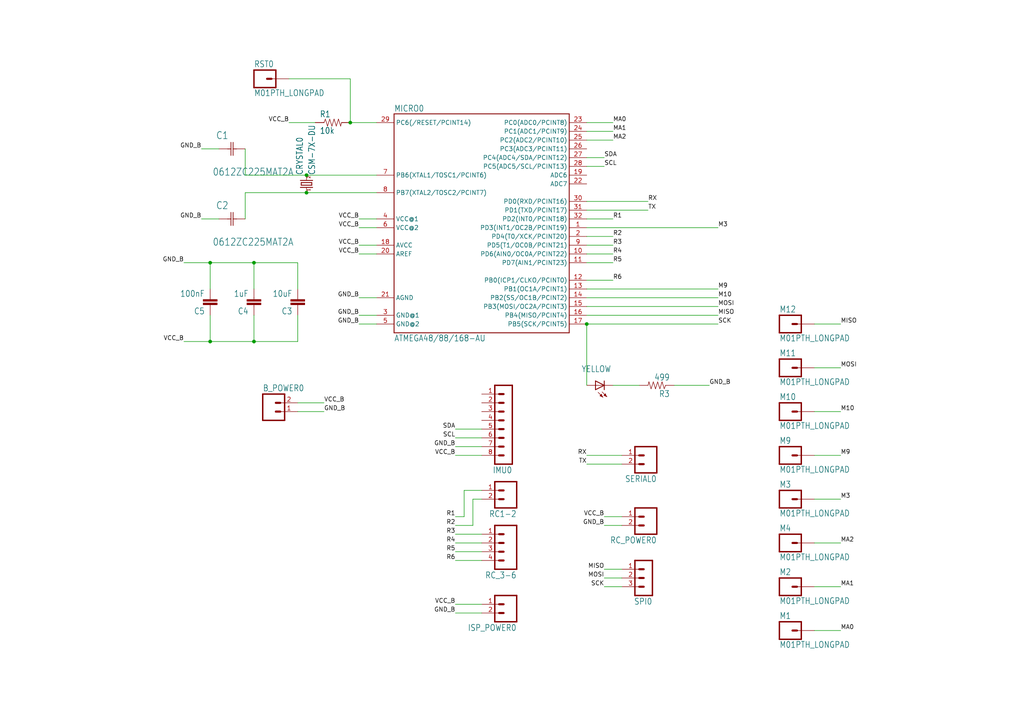
<source format=kicad_sch>
(kicad_sch (version 20230121) (generator eeschema)
  (paper "A4")
  (lib_symbols
    (symbol "satshakit_fc-eagle-import:0612ZC225MAT2A"
      (property "Reference" "C" (at -0.9144 2.7686 0))
      (symbol "0612ZC225MAT2A_1_0"
        (polyline (pts (xy 2.54 0) (xy 3.4798 0)) (stroke (width 0.2032)))
        (polyline (pts (xy 3.4798 -1.905) (xy 3.4798 0)) (stroke (width 0.2032)))
        (polyline (pts (xy 3.4798 0) (xy 3.4798 1.905)) (stroke (width 0.2032)))
        (polyline (pts (xy 4.1148 -1.905) (xy 4.1148 0)) (stroke (width 0.2032)))
        (polyline (pts (xy 4.1148 0) (xy 4.1148 1.905)) (stroke (width 0.2032)))
        (polyline (pts (xy 4.1148 0) (xy 5.08 0)) (stroke (width 0.2032)))
        (pin passive line (at 0 0 0) (length 2.54) (name "C1") (number "1"))
        (pin passive line (at 7.62 0 180) (length 2.54) (name "C2") (number "2"))
      )
    )
    (symbol "satshakit_fc-eagle-import:ATMEGA48/88/168-AU"
      (property "Reference" "IC" (at -25.4 33.02 0))
      (symbol "ATMEGA48/88/168-AU_1_0"
        (polyline (pts (xy -25.4 -33.02) (xy -25.4 30.48)) (stroke (width 0.254)))
        (polyline (pts (xy -25.4 30.48) (xy 25.4 30.48)) (stroke (width 0.254)))
        (polyline (pts (xy 25.4 -33.02) (xy -25.4 -33.02)) (stroke (width 0.254)))
        (polyline (pts (xy 25.4 30.48) (xy 25.4 -33.02)) (stroke (width 0.254)))
        (pin bidirectional line (at 30.48 -2.54 180) (length 5.08) (name "PD3(INT1/OC2B/PCINT19)") (number "1"))
        (pin bidirectional line (at 30.48 -10.16 180) (length 5.08) (name "PD6(AIN0/OC0A/PCINT22)") (number "10"))
        (pin bidirectional line (at 30.48 -12.7 180) (length 5.08) (name "PD7(AIN1/PCINT23)") (number "11"))
        (pin bidirectional line (at 30.48 -17.78 180) (length 5.08) (name "PB0(ICP1/CLKO/PCINT0)") (number "12"))
        (pin bidirectional line (at 30.48 -20.32 180) (length 5.08) (name "PB1(OC1A/PCINT1)") (number "13"))
        (pin bidirectional line (at 30.48 -22.86 180) (length 5.08) (name "PB2(SS/OC1B/PCINT2)") (number "14"))
        (pin bidirectional line (at 30.48 -25.4 180) (length 5.08) (name "PB3(MOSI/OC2A/PCINT3)") (number "15"))
        (pin bidirectional line (at 30.48 -27.94 180) (length 5.08) (name "PB4(MISO/PCINT4)") (number "16"))
        (pin bidirectional line (at 30.48 -30.48 180) (length 5.08) (name "PB5(SCK/PCINT5)") (number "17"))
        (pin passive line (at -30.48 -7.62 0) (length 5.08) (name "AVCC") (number "18"))
        (pin passive line (at 30.48 12.7 180) (length 5.08) (name "ADC6") (number "19"))
        (pin bidirectional line (at 30.48 -5.08 180) (length 5.08) (name "PD4(T0/XCK/PCINT20)") (number "2"))
        (pin passive line (at -30.48 -10.16 0) (length 5.08) (name "AREF") (number "20"))
        (pin power_in line (at -30.48 -22.86 0) (length 5.08) (name "AGND") (number "21"))
        (pin passive line (at 30.48 10.16 180) (length 5.08) (name "ADC7") (number "22"))
        (pin bidirectional line (at 30.48 27.94 180) (length 5.08) (name "PC0(ADC0/PCINT8)") (number "23"))
        (pin bidirectional line (at 30.48 25.4 180) (length 5.08) (name "PC1(ADC1/PCINT9)") (number "24"))
        (pin bidirectional line (at 30.48 22.86 180) (length 5.08) (name "PC2(ADC2/PCINT10)") (number "25"))
        (pin bidirectional line (at 30.48 20.32 180) (length 5.08) (name "PC3(ADC3/PCINT11)") (number "26"))
        (pin bidirectional line (at 30.48 17.78 180) (length 5.08) (name "PC4(ADC4/SDA/PCINT12)") (number "27"))
        (pin bidirectional line (at 30.48 15.24 180) (length 5.08) (name "PC5(ADC5/SCL/PCINT13)") (number "28"))
        (pin bidirectional line (at -30.48 27.94 0) (length 5.08) (name "PC6(/RESET/PCINT14)") (number "29"))
        (pin power_in line (at -30.48 -27.94 0) (length 5.08) (name "GND@1") (number "3"))
        (pin bidirectional line (at 30.48 5.08 180) (length 5.08) (name "PD0(RXD/PCINT16)") (number "30"))
        (pin bidirectional line (at 30.48 2.54 180) (length 5.08) (name "PD1(TXD/PCINT17)") (number "31"))
        (pin bidirectional line (at 30.48 0 180) (length 5.08) (name "PD2(INT0/PCINT18)") (number "32"))
        (pin power_in line (at -30.48 0 0) (length 5.08) (name "VCC@1") (number "4"))
        (pin power_in line (at -30.48 -30.48 0) (length 5.08) (name "GND@2") (number "5"))
        (pin power_in line (at -30.48 -2.54 0) (length 5.08) (name "VCC@2") (number "6"))
        (pin bidirectional line (at -30.48 12.7 0) (length 5.08) (name "PB6(XTAL1/TOSC1/PCINT6)") (number "7"))
        (pin bidirectional line (at -30.48 7.62 0) (length 5.08) (name "PB7(XTAL2/TOSC2/PCINT7)") (number "8"))
        (pin bidirectional line (at 30.48 -7.62 180) (length 5.08) (name "PD5(T1/OC0B/PCINT21)") (number "9"))
      )
    )
    (symbol "satshakit_fc-eagle-import:CAP1206"
      (property "Reference" "C" (at 1.524 2.921 0))
      (symbol "CAP1206_1_0"
        (rectangle (start -2.032 0.508) (end 2.032 1.016) (fill (type outline)))
        (rectangle (start -2.032 1.524) (end 2.032 2.032) (fill (type outline)))
        (polyline (pts (xy 0 0) (xy 0 0.508)) (stroke (width 0.1524)))
        (polyline (pts (xy 0 2.54) (xy 0 2.032)) (stroke (width 0.1524)))
        (pin passive line (at 0 5.08 270) (length 2.54) (name "1") (number "1"))
        (pin passive line (at 0 -2.54 90) (length 2.54) (name "2") (number "2"))
      )
    )
    (symbol "satshakit_fc-eagle-import:CSM-7X-DU"
      (property "Reference" "Q" (at 2.54 1.016 0))
      (symbol "CSM-7X-DU_1_0"
        (polyline (pts (xy -2.54 0) (xy -1.016 0)) (stroke (width 0.1524)))
        (polyline (pts (xy -1.016 1.778) (xy -1.016 -1.778)) (stroke (width 0.254)))
        (polyline (pts (xy -0.381 -1.524) (xy 0.381 -1.524)) (stroke (width 0.254)))
        (polyline (pts (xy -0.381 1.524) (xy -0.381 -1.524)) (stroke (width 0.254)))
        (polyline (pts (xy 0.381 -1.524) (xy 0.381 1.524)) (stroke (width 0.254)))
        (polyline (pts (xy 0.381 1.524) (xy -0.381 1.524)) (stroke (width 0.254)))
        (polyline (pts (xy 1.016 0) (xy 2.54 0)) (stroke (width 0.1524)))
        (polyline (pts (xy 1.016 1.778) (xy 1.016 -1.778)) (stroke (width 0.254)))
        (text "1" (at -2.159 -1.143 0) (effects (font (size 0.8636 0.734)) (justify left bottom)))
        (text "2" (at 1.524 -1.143 0) (effects (font (size 0.8636 0.734)) (justify left bottom)))
        (pin passive line (at -2.54 0 0) (length 0) (name "1") (number "1"))
        (pin passive line (at 2.54 0 180) (length 0) (name "2") (number "2"))
      )
    )
    (symbol "satshakit_fc-eagle-import:LED1206"
      (symbol "LED1206_1_0"
        (polyline (pts (xy -2.032 1.778) (xy -3.429 0.381)) (stroke (width 0.1524)))
        (polyline (pts (xy -1.905 0.635) (xy -3.302 -0.762)) (stroke (width 0.1524)))
        (polyline (pts (xy 0 0) (xy -1.27 0)) (stroke (width 0.254)))
        (polyline (pts (xy 0 0) (xy -1.27 2.54)) (stroke (width 0.254)))
        (polyline (pts (xy 0 2.54) (xy -1.27 2.54)) (stroke (width 0.254)))
        (polyline (pts (xy 0 2.54) (xy 0 0)) (stroke (width 0.1524)))
        (polyline (pts (xy 1.27 0) (xy 0 0)) (stroke (width 0.254)))
        (polyline (pts (xy 1.27 2.54) (xy 0 0)) (stroke (width 0.254)))
        (polyline (pts (xy 1.27 2.54) (xy 0 2.54)) (stroke (width 0.254)))
        (polyline (pts (xy -3.429 0.381) (xy -3.048 1.27) (xy -2.54 0.762)) (stroke (width 0.1524)) (fill (type outline)))
        (polyline (pts (xy -3.302 -0.762) (xy -2.921 0.127) (xy -2.413 -0.381)) (stroke (width 0.1524)) (fill (type outline)))
        (pin passive line (at 0 5.08 270) (length 2.54) (name "A") (number "1"))
        (pin passive line (at 0 -2.54 90) (length 2.54) (name "C") (number "2"))
      )
    )
    (symbol "satshakit_fc-eagle-import:M01PTH_LONGPAD"
      (property "Reference" "JP" (at -2.54 3.302 0))
      (symbol "M01PTH_LONGPAD_1_0"
        (polyline (pts (xy -2.54 2.54) (xy -2.54 -2.54)) (stroke (width 0.4064)))
        (polyline (pts (xy -2.54 2.54) (xy 3.81 2.54)) (stroke (width 0.4064)))
        (polyline (pts (xy 1.27 0) (xy 2.54 0)) (stroke (width 0.6096)))
        (polyline (pts (xy 3.81 -2.54) (xy -2.54 -2.54)) (stroke (width 0.4064)))
        (polyline (pts (xy 3.81 -2.54) (xy 3.81 2.54)) (stroke (width 0.4064)))
        (pin passive line (at 7.62 0 180) (length 5.08) (name "1") (number "1"))
      )
    )
    (symbol "satshakit_fc-eagle-import:M02LOCK_LONGPADS"
      (property "Reference" "JP" (at -2.54 5.842 0))
      (symbol "M02LOCK_LONGPADS_1_0"
        (polyline (pts (xy -2.54 5.08) (xy -2.54 -2.54)) (stroke (width 0.4064)))
        (polyline (pts (xy -2.54 5.08) (xy 3.81 5.08)) (stroke (width 0.4064)))
        (polyline (pts (xy 1.27 0) (xy 2.54 0)) (stroke (width 0.6096)))
        (polyline (pts (xy 1.27 2.54) (xy 2.54 2.54)) (stroke (width 0.6096)))
        (polyline (pts (xy 3.81 -2.54) (xy -2.54 -2.54)) (stroke (width 0.4064)))
        (polyline (pts (xy 3.81 -2.54) (xy 3.81 5.08)) (stroke (width 0.4064)))
        (pin passive line (at 7.62 0 180) (length 5.08) (name "1") (number "1"))
        (pin passive line (at 7.62 2.54 180) (length 5.08) (name "2") (number "2"))
      )
    )
    (symbol "satshakit_fc-eagle-import:M04LONGPADS"
      (property "Reference" "JP" (at -5.08 8.382 0))
      (symbol "M04LONGPADS_1_0"
        (polyline (pts (xy -5.08 7.62) (xy -5.08 -5.08)) (stroke (width 0.4064)))
        (polyline (pts (xy -5.08 7.62) (xy 1.27 7.62)) (stroke (width 0.4064)))
        (polyline (pts (xy -1.27 -2.54) (xy 0 -2.54)) (stroke (width 0.6096)))
        (polyline (pts (xy -1.27 0) (xy 0 0)) (stroke (width 0.6096)))
        (polyline (pts (xy -1.27 2.54) (xy 0 2.54)) (stroke (width 0.6096)))
        (polyline (pts (xy -1.27 5.08) (xy 0 5.08)) (stroke (width 0.6096)))
        (polyline (pts (xy 1.27 -5.08) (xy -5.08 -5.08)) (stroke (width 0.4064)))
        (polyline (pts (xy 1.27 -5.08) (xy 1.27 7.62)) (stroke (width 0.4064)))
        (pin passive line (at 5.08 -2.54 180) (length 5.08) (name "1") (number "1"))
        (pin passive line (at 5.08 0 180) (length 5.08) (name "2") (number "2"))
        (pin passive line (at 5.08 2.54 180) (length 5.08) (name "3") (number "3"))
        (pin passive line (at 5.08 5.08 180) (length 5.08) (name "4") (number "4"))
      )
    )
    (symbol "satshakit_fc-eagle-import:MA03-1"
      (property "Reference" "SV" (at -1.27 5.842 0))
      (symbol "MA03-1_1_0"
        (polyline (pts (xy -1.27 5.08) (xy -1.27 -5.08)) (stroke (width 0.4064)))
        (polyline (pts (xy -1.27 5.08) (xy 3.81 5.08)) (stroke (width 0.4064)))
        (polyline (pts (xy 1.27 -2.54) (xy 2.54 -2.54)) (stroke (width 0.6096)))
        (polyline (pts (xy 1.27 0) (xy 2.54 0)) (stroke (width 0.6096)))
        (polyline (pts (xy 1.27 2.54) (xy 2.54 2.54)) (stroke (width 0.6096)))
        (polyline (pts (xy 3.81 -5.08) (xy -1.27 -5.08)) (stroke (width 0.4064)))
        (polyline (pts (xy 3.81 -5.08) (xy 3.81 5.08)) (stroke (width 0.4064)))
        (pin passive line (at 7.62 -2.54 180) (length 5.08) (name "1") (number "1"))
        (pin passive line (at 7.62 0 180) (length 5.08) (name "2") (number "2"))
        (pin passive line (at 7.62 2.54 180) (length 5.08) (name "3") (number "3"))
      )
    )
    (symbol "satshakit_fc-eagle-import:MA08-1"
      (property "Reference" "SV" (at -1.27 13.462 0))
      (symbol "MA08-1_1_0"
        (polyline (pts (xy -1.27 12.7) (xy -1.27 -10.16)) (stroke (width 0.4064)))
        (polyline (pts (xy -1.27 12.7) (xy 3.81 12.7)) (stroke (width 0.4064)))
        (polyline (pts (xy 1.27 -7.62) (xy 2.54 -7.62)) (stroke (width 0.6096)))
        (polyline (pts (xy 1.27 -5.08) (xy 2.54 -5.08)) (stroke (width 0.6096)))
        (polyline (pts (xy 1.27 -2.54) (xy 2.54 -2.54)) (stroke (width 0.6096)))
        (polyline (pts (xy 1.27 0) (xy 2.54 0)) (stroke (width 0.6096)))
        (polyline (pts (xy 1.27 2.54) (xy 2.54 2.54)) (stroke (width 0.6096)))
        (polyline (pts (xy 1.27 5.08) (xy 2.54 5.08)) (stroke (width 0.6096)))
        (polyline (pts (xy 1.27 7.62) (xy 2.54 7.62)) (stroke (width 0.6096)))
        (polyline (pts (xy 1.27 10.16) (xy 2.54 10.16)) (stroke (width 0.6096)))
        (polyline (pts (xy 3.81 -10.16) (xy -1.27 -10.16)) (stroke (width 0.4064)))
        (polyline (pts (xy 3.81 -10.16) (xy 3.81 12.7)) (stroke (width 0.4064)))
        (pin passive line (at 7.62 -7.62 180) (length 5.08) (name "1") (number "1"))
        (pin passive line (at 7.62 -5.08 180) (length 5.08) (name "2") (number "2"))
        (pin passive line (at 7.62 -2.54 180) (length 5.08) (name "3") (number "3"))
        (pin passive line (at 7.62 0 180) (length 5.08) (name "4") (number "4"))
        (pin passive line (at 7.62 2.54 180) (length 5.08) (name "5") (number "5"))
        (pin passive line (at 7.62 5.08 180) (length 5.08) (name "6") (number "6"))
        (pin passive line (at 7.62 7.62 180) (length 5.08) (name "7") (number "7"))
        (pin passive line (at 7.62 10.16 180) (length 5.08) (name "8") (number "8"))
      )
    )
    (symbol "satshakit_fc-eagle-import:RESISTOR1206"
      (property "Reference" "R" (at -3.81 1.4986 0))
      (symbol "RESISTOR1206_1_0"
        (polyline (pts (xy -2.54 0) (xy -2.159 1.016)) (stroke (width 0.1524)))
        (polyline (pts (xy -2.159 1.016) (xy -1.524 -1.016)) (stroke (width 0.1524)))
        (polyline (pts (xy -1.524 -1.016) (xy -0.889 1.016)) (stroke (width 0.1524)))
        (polyline (pts (xy -0.889 1.016) (xy -0.254 -1.016)) (stroke (width 0.1524)))
        (polyline (pts (xy -0.254 -1.016) (xy 0.381 1.016)) (stroke (width 0.1524)))
        (polyline (pts (xy 0.381 1.016) (xy 1.016 -1.016)) (stroke (width 0.1524)))
        (polyline (pts (xy 1.016 -1.016) (xy 1.651 1.016)) (stroke (width 0.1524)))
        (polyline (pts (xy 1.651 1.016) (xy 2.286 -1.016)) (stroke (width 0.1524)))
        (polyline (pts (xy 2.286 -1.016) (xy 2.54 0)) (stroke (width 0.1524)))
        (pin passive line (at -5.08 0 0) (length 2.54) (name "1") (number "1"))
        (pin passive line (at 5.08 0 180) (length 2.54) (name "2") (number "2"))
      )
    )
    (symbol "satshakit_fc-eagle-import:con-amp-quick_M02"
      (property "Reference" "SL" (at -2.54 5.842 0))
      (symbol "con-amp-quick_M02_1_0"
        (polyline (pts (xy -2.54 5.08) (xy -2.54 -2.54)) (stroke (width 0.4064)))
        (polyline (pts (xy -2.54 5.08) (xy 3.81 5.08)) (stroke (width 0.4064)))
        (polyline (pts (xy 1.27 0) (xy 2.54 0)) (stroke (width 0.6096)))
        (polyline (pts (xy 1.27 2.54) (xy 2.54 2.54)) (stroke (width 0.6096)))
        (polyline (pts (xy 3.81 -2.54) (xy -2.54 -2.54)) (stroke (width 0.4064)))
        (polyline (pts (xy 3.81 -2.54) (xy 3.81 5.08)) (stroke (width 0.4064)))
        (pin passive line (at 7.62 0 180) (length 5.08) (name "1") (number "1"))
        (pin passive line (at 7.62 2.54 180) (length 5.08) (name "2") (number "2"))
      )
    )
  )
  (junction (at 60.96 76.2))
  (junction (at 101.6 35.56))
  (junction (at 73.66 99.06))
  (junction (at 88.9 50.8))
  (junction (at 60.96 99.06))
  (junction (at 170.18 93.98))
  (junction (at 73.66 76.2))
  (junction (at 88.9 55.88))
  (wire (pts (xy 109.22 91.44) (xy 104.14 91.44)) (stroke (width 0.1524)))
  (wire (pts (xy 236.22 93.98) (xy 243.84 93.98)) (stroke (width 0.1524)))
  (wire (pts (xy 132.08 157.48) (xy 139.7 157.48)) (stroke (width 0.1524)))
  (wire (pts (xy 180.34 170.18) (xy 175.26 170.18)) (stroke (width 0.1524)))
  (wire (pts (xy 236.22 182.88) (xy 243.84 182.88)) (stroke (width 0.1524)))
  (wire (pts (xy 86.36 83.82) (xy 86.36 76.2)) (stroke (width 0.1524)))
  (wire (pts (xy 60.96 91.44) (xy 60.96 99.06)) (stroke (width 0.1524)))
  (wire (pts (xy 236.22 157.48) (xy 243.84 157.48)) (stroke (width 0.1524)))
  (wire (pts (xy 109.22 66.04) (xy 104.14 66.04)) (stroke (width 0.1524)))
  (wire (pts (xy 177.8 111.76) (xy 185.42 111.76)) (stroke (width 0.1524)))
  (wire (pts (xy 60.96 83.82) (xy 60.96 76.2)) (stroke (width 0.1524)))
  (wire (pts (xy 109.22 35.56) (xy 101.6 35.56)) (stroke (width 0.1524)))
  (wire (pts (xy 73.66 83.82) (xy 73.66 76.2)) (stroke (width 0.1524)))
  (wire (pts (xy 170.18 58.42) (xy 187.96 58.42)) (stroke (width 0.1524)))
  (wire (pts (xy 134.62 149.86) (xy 134.62 142.24)) (stroke (width 0.1524)))
  (wire (pts (xy 109.22 73.66) (xy 104.14 73.66)) (stroke (width 0.1524)))
  (wire (pts (xy 93.98 119.38) (xy 86.36 119.38)) (stroke (width 0.1524)))
  (wire (pts (xy 53.34 99.06) (xy 60.96 99.06)) (stroke (width 0.1524)))
  (wire (pts (xy 170.18 91.44) (xy 208.28 91.44)) (stroke (width 0.1524)))
  (wire (pts (xy 88.9 50.8) (xy 71.12 50.8)) (stroke (width 0.1524)))
  (wire (pts (xy 132.08 154.94) (xy 139.7 154.94)) (stroke (width 0.1524)))
  (wire (pts (xy 170.18 60.96) (xy 187.96 60.96)) (stroke (width 0.1524)))
  (wire (pts (xy 236.22 106.68) (xy 243.84 106.68)) (stroke (width 0.1524)))
  (wire (pts (xy 139.7 175.26) (xy 132.08 175.26)) (stroke (width 0.1524)))
  (wire (pts (xy 137.16 152.4) (xy 137.16 144.78)) (stroke (width 0.1524)))
  (wire (pts (xy 180.34 134.62) (xy 170.18 134.62)) (stroke (width 0.1524)))
  (wire (pts (xy 236.22 170.18) (xy 243.84 170.18)) (stroke (width 0.1524)))
  (wire (pts (xy 175.26 152.4) (xy 180.34 152.4)) (stroke (width 0.1524)))
  (wire (pts (xy 109.22 63.5) (xy 104.14 63.5)) (stroke (width 0.1524)))
  (wire (pts (xy 170.18 93.98) (xy 208.28 93.98)) (stroke (width 0.1524)))
  (wire (pts (xy 170.18 71.12) (xy 177.8 71.12)) (stroke (width 0.1524)))
  (wire (pts (xy 134.62 142.24) (xy 139.7 142.24)) (stroke (width 0.1524)))
  (wire (pts (xy 139.7 124.46) (xy 132.08 124.46)) (stroke (width 0.1524)))
  (wire (pts (xy 139.7 132.08) (xy 132.08 132.08)) (stroke (width 0.1524)))
  (wire (pts (xy 177.8 68.58) (xy 170.18 68.58)) (stroke (width 0.1524)))
  (wire (pts (xy 132.08 152.4) (xy 137.16 152.4)) (stroke (width 0.1524)))
  (wire (pts (xy 139.7 162.56) (xy 132.08 162.56)) (stroke (width 0.1524)))
  (wire (pts (xy 170.18 73.66) (xy 177.8 73.66)) (stroke (width 0.1524)))
  (wire (pts (xy 139.7 177.8) (xy 132.08 177.8)) (stroke (width 0.1524)))
  (wire (pts (xy 60.96 76.2) (xy 73.66 76.2)) (stroke (width 0.1524)))
  (wire (pts (xy 170.18 76.2) (xy 177.8 76.2)) (stroke (width 0.1524)))
  (wire (pts (xy 73.66 76.2) (xy 86.36 76.2)) (stroke (width 0.1524)))
  (wire (pts (xy 170.18 88.9) (xy 208.28 88.9)) (stroke (width 0.1524)))
  (wire (pts (xy 236.22 132.08) (xy 243.84 132.08)) (stroke (width 0.1524)))
  (wire (pts (xy 101.6 22.86) (xy 101.6 35.56)) (stroke (width 0.1524)))
  (wire (pts (xy 236.22 144.78) (xy 243.84 144.78)) (stroke (width 0.1524)))
  (wire (pts (xy 170.18 81.28) (xy 177.8 81.28)) (stroke (width 0.1524)))
  (wire (pts (xy 60.96 99.06) (xy 73.66 99.06)) (stroke (width 0.1524)))
  (wire (pts (xy 170.18 111.76) (xy 170.18 93.98)) (stroke (width 0.1524)))
  (wire (pts (xy 134.62 149.86) (xy 132.08 149.86)) (stroke (width 0.1524)))
  (wire (pts (xy 109.22 50.8) (xy 88.9 50.8)) (stroke (width 0.1524)))
  (wire (pts (xy 71.12 55.88) (xy 71.12 63.5)) (stroke (width 0.1524)))
  (wire (pts (xy 137.16 144.78) (xy 139.7 144.78)) (stroke (width 0.1524)))
  (wire (pts (xy 170.18 66.04) (xy 208.28 66.04)) (stroke (width 0.1524)))
  (wire (pts (xy 170.18 86.36) (xy 208.28 86.36)) (stroke (width 0.1524)))
  (wire (pts (xy 180.34 167.64) (xy 175.26 167.64)) (stroke (width 0.1524)))
  (wire (pts (xy 236.22 119.38) (xy 243.84 119.38)) (stroke (width 0.1524)))
  (wire (pts (xy 175.26 149.86) (xy 180.34 149.86)) (stroke (width 0.1524)))
  (wire (pts (xy 139.7 127) (xy 132.08 127)) (stroke (width 0.1524)))
  (wire (pts (xy 86.36 116.84) (xy 93.98 116.84)) (stroke (width 0.1524)))
  (wire (pts (xy 53.34 76.2) (xy 60.96 76.2)) (stroke (width 0.1524)))
  (wire (pts (xy 170.18 45.72) (xy 175.26 45.72)) (stroke (width 0.1524)))
  (wire (pts (xy 88.9 55.88) (xy 71.12 55.88)) (stroke (width 0.1524)))
  (wire (pts (xy 170.18 48.26) (xy 175.26 48.26)) (stroke (width 0.1524)))
  (wire (pts (xy 170.18 38.1) (xy 177.8 38.1)) (stroke (width 0.1524)))
  (wire (pts (xy 109.22 71.12) (xy 104.14 71.12)) (stroke (width 0.1524)))
  (wire (pts (xy 109.22 86.36) (xy 104.14 86.36)) (stroke (width 0.1524)))
  (wire (pts (xy 63.5 63.5) (xy 58.42 63.5)) (stroke (width 0.1524)))
  (wire (pts (xy 63.5 43.18) (xy 58.42 43.18)) (stroke (width 0.1524)))
  (wire (pts (xy 132.08 160.02) (xy 139.7 160.02)) (stroke (width 0.1524)))
  (wire (pts (xy 91.44 35.56) (xy 83.82 35.56)) (stroke (width 0.1524)))
  (wire (pts (xy 71.12 50.8) (xy 71.12 43.18)) (stroke (width 0.1524)))
  (wire (pts (xy 139.7 129.54) (xy 132.08 129.54)) (stroke (width 0.1524)))
  (wire (pts (xy 109.22 93.98) (xy 104.14 93.98)) (stroke (width 0.1524)))
  (wire (pts (xy 83.82 22.86) (xy 101.6 22.86)) (stroke (width 0.1524)))
  (wire (pts (xy 170.18 63.5) (xy 177.8 63.5)) (stroke (width 0.1524)))
  (wire (pts (xy 195.58 111.76) (xy 205.74 111.76)) (stroke (width 0.1524)))
  (wire (pts (xy 170.18 40.64) (xy 177.8 40.64)) (stroke (width 0.1524)))
  (wire (pts (xy 86.36 91.44) (xy 86.36 99.06)) (stroke (width 0.1524)))
  (wire (pts (xy 109.22 55.88) (xy 88.9 55.88)) (stroke (width 0.1524)))
  (wire (pts (xy 170.18 35.56) (xy 177.8 35.56)) (stroke (width 0.1524)))
  (wire (pts (xy 170.18 83.82) (xy 208.28 83.82)) (stroke (width 0.1524)))
  (wire (pts (xy 73.66 91.44) (xy 73.66 99.06)) (stroke (width 0.1524)))
  (wire (pts (xy 180.34 132.08) (xy 170.18 132.08)) (stroke (width 0.1524)))
  (wire (pts (xy 180.34 165.1) (xy 175.26 165.1)) (stroke (width 0.1524)))
  (wire (pts (xy 86.36 99.06) (xy 73.66 99.06)) (stroke (width 0.1524)))
  (label "R6" (at 132.08 162.56 180) (effects (font (size 1.2446 1.2446))))
  (label "SCL" (at 175.26 48.26 0) (effects (font (size 1.2446 1.2446))))
  (label "SCL" (at 132.08 127 180) (effects (font (size 1.2446 1.2446))))
  (label "R4" (at 132.08 157.48 180) (effects (font (size 1.2446 1.2446))))
  (label "TX" (at 187.96 60.96 0) (effects (font (size 1.2446 1.2446))))
  (label "R1" (at 132.08 149.86 180) (effects (font (size 1.2446 1.2446))))
  (label "GND_B" (at 205.74 111.76 0) (effects (font (size 1.2446 1.2446))))
  (label "VCC_B" (at 93.98 116.84 0) (effects (font (size 1.2446 1.2446))))
  (label "MOSI" (at 175.26 167.64 180) (effects (font (size 1.2446 1.2446))))
  (label "R2" (at 132.08 152.4 180) (effects (font (size 1.2446 1.2446))))
  (label "TX" (at 170.18 134.62 180) (effects (font (size 1.2446 1.2446))))
  (label "RX" (at 187.96 58.42 0) (effects (font (size 1.2446 1.2446))))
  (label "MOSI" (at 243.84 106.68 0) (effects (font (size 1.2446 1.2446))))
  (label "M10" (at 243.84 119.38 0) (effects (font (size 1.2446 1.2446))))
  (label "M3" (at 243.84 144.78 0) (effects (font (size 1.2446 1.2446))))
  (label "M10" (at 208.28 86.36 0) (effects (font (size 1.2446 1.2446))))
  (label "GND_B" (at 132.08 129.54 180) (effects (font (size 1.2446 1.2446))))
  (label "VCC_B" (at 104.14 73.66 180) (effects (font (size 1.2446 1.2446))))
  (label "MISO" (at 208.28 91.44 0) (effects (font (size 1.2446 1.2446))))
  (label "GND_B" (at 104.14 93.98 180) (effects (font (size 1.2446 1.2446))))
  (label "SDA" (at 175.26 45.72 0) (effects (font (size 1.2446 1.2446))))
  (label "MA0" (at 243.84 182.88 0) (effects (font (size 1.2446 1.2446))))
  (label "GND_B" (at 175.26 152.4 180) (effects (font (size 1.2446 1.2446))))
  (label "GND_B" (at 93.98 119.38 0) (effects (font (size 1.2446 1.2446))))
  (label "MISO" (at 175.26 165.1 180) (effects (font (size 1.2446 1.2446))))
  (label "M9" (at 243.84 132.08 0) (effects (font (size 1.2446 1.2446))))
  (label "VCC_B" (at 83.82 35.56 180) (effects (font (size 1.2446 1.2446))))
  (label "MA0" (at 177.8 35.56 0) (effects (font (size 1.2446 1.2446))))
  (label "R5" (at 177.8 76.2 0) (effects (font (size 1.2446 1.2446))))
  (label "VCC_B" (at 132.08 175.26 180) (effects (font (size 1.2446 1.2446))))
  (label "R3" (at 177.8 71.12 0) (effects (font (size 1.2446 1.2446))))
  (label "VCC_B" (at 104.14 63.5 180) (effects (font (size 1.2446 1.2446))))
  (label "MISO" (at 243.84 93.98 0) (effects (font (size 1.2446 1.2446))))
  (label "GND_B" (at 104.14 86.36 180) (effects (font (size 1.2446 1.2446))))
  (label "R6" (at 177.8 81.28 0) (effects (font (size 1.2446 1.2446))))
  (label "MA1" (at 177.8 38.1 0) (effects (font (size 1.2446 1.2446))))
  (label "GND_B" (at 132.08 177.8 180) (effects (font (size 1.2446 1.2446))))
  (label "SCK" (at 208.28 93.98 0) (effects (font (size 1.2446 1.2446))))
  (label "R4" (at 177.8 73.66 0) (effects (font (size 1.2446 1.2446))))
  (label "GND_B" (at 58.42 63.5 180) (effects (font (size 1.2446 1.2446))))
  (label "R2" (at 177.8 68.58 0) (effects (font (size 1.2446 1.2446))))
  (label "VCC_B" (at 53.34 99.06 180) (effects (font (size 1.2446 1.2446))))
  (label "RX" (at 170.18 132.08 180) (effects (font (size 1.2446 1.2446))))
  (label "SDA" (at 132.08 124.46 180) (effects (font (size 1.2446 1.2446))))
  (label "GND_B" (at 104.14 91.44 180) (effects (font (size 1.2446 1.2446))))
  (label "MA2" (at 243.84 157.48 0) (effects (font (size 1.2446 1.2446))))
  (label "VCC_B" (at 104.14 66.04 180) (effects (font (size 1.2446 1.2446))))
  (label "R3" (at 132.08 154.94 180) (effects (font (size 1.2446 1.2446))))
  (label "VCC_B" (at 132.08 132.08 180) (effects (font (size 1.2446 1.2446))))
  (label "MA2" (at 177.8 40.64 0) (effects (font (size 1.2446 1.2446))))
  (label "M9" (at 208.28 83.82 0) (effects (font (size 1.2446 1.2446))))
  (label "VCC_B" (at 104.14 71.12 180) (effects (font (size 1.2446 1.2446))))
  (label "VCC_B" (at 175.26 149.86 180) (effects (font (size 1.2446 1.2446))))
  (label "R1" (at 177.8 63.5 0) (effects (font (size 1.2446 1.2446))))
  (label "MA1" (at 243.84 170.18 0) (effects (font (size 1.2446 1.2446))))
  (label "R5" (at 132.08 160.02 180) (effects (font (size 1.2446 1.2446))))
  (label "GND_B" (at 58.42 43.18 180) (effects (font (size 1.2446 1.2446))))
  (label "SCK" (at 175.26 170.18 180) (effects (font (size 1.2446 1.2446))))
  (label "MOSI" (at 208.28 88.9 0) (effects (font (size 1.2446 1.2446))))
  (label "M3" (at 208.28 66.04 0) (effects (font (size 1.2446 1.2446))))
  (label "GND_B" (at 53.34 76.2 180) (effects (font (size 1.2446 1.2446))))
  (symbol (lib_id "satshakit_fc-eagle-import:CAP1206") (at 86.36 86.36 180) (unit 1)
    (property "Reference" "C3" (at 84.836 89.281 0) (effects (font (size 1.778 1.5113)) (justify left bottom)))
    (property "Value" "10uF" (at 84.836 84.201 0) (effects (font (size 1.778 1.5113)) (justify left bottom)))
    (property "Footprint" "satshakit_fc:1206" (effects hide))
  )
  (symbol (lib_id "satshakit_fc-eagle-import:M01PTH_LONGPAD") (at 228.6 106.68 0) (unit 1)
    (property "Reference" "M11" (at 226.06 103.378 0) (effects (font (size 1.778 1.5113)) (justify left bottom)))
    (property "Value" "M01PTH_LONGPAD" (at 226.06 111.76 0) (effects (font (size 1.778 1.5113)) (justify left bottom)))
    (property "Footprint" "satshakit_fc:1X01_LONGPAD" (effects hide))
  )
  (symbol (lib_id "satshakit_fc-eagle-import:M02LOCK_LONGPADS") (at 78.74 119.38 0) (unit 1)
    (property "Reference" "B_POWER0" (at 76.2 113.538 0) (effects (font (size 1.778 1.5113)) (justify left bottom)))
    (property "Value" "M02LOCK_LONGPADS" (effects hide))
    (property "Footprint" "satshakit_fc:1X02_LOCK_LONGPADS" (effects hide))
  )
  (symbol (lib_id "satshakit_fc-eagle-import:M02LOCK_LONGPADS") (at 187.96 149.86 180) (unit 1)
    (property "Reference" "RC_POWER0" (at 190.5 155.702 0) (effects (font (size 1.778 1.5113)) (justify left bottom)))
    (property "Value" "M02LOCK_LONGPADS" (effects hide))
    (property "Footprint" "satshakit_fc:1X02_LOCK_LONGPADS" (effects hide))
  )
  (symbol (lib_id "satshakit_fc-eagle-import:M01PTH_LONGPAD") (at 228.6 144.78 0) (unit 1)
    (property "Reference" "M3" (at 226.06 141.478 0) (effects (font (size 1.778 1.5113)) (justify left bottom)))
    (property "Value" "M01PTH_LONGPAD" (at 226.06 149.86 0) (effects (font (size 1.778 1.5113)) (justify left bottom)))
    (property "Footprint" "satshakit_fc:1X01_LONGPAD" (effects hide))
  )
  (symbol (lib_id "satshakit_fc-eagle-import:M04LONGPADS") (at 144.78 157.48 180) (unit 1)
    (property "Reference" "RC_3-6" (at 149.86 165.862 0) (effects (font (size 1.778 1.5113)) (justify left bottom)))
    (property "Value" "M04LONGPADS" (effects hide))
    (property "Footprint" "satshakit_fc:1X04_LONGPADS" (effects hide))
  )
  (symbol (lib_id "satshakit_fc-eagle-import:con-amp-quick_M02") (at 147.32 142.24 180) (unit 1)
    (property "Reference" "RC1-2" (at 149.86 148.082 0) (effects (font (size 1.778 1.5113)) (justify left bottom)))
    (property "Value" "M02" (effects hide))
    (property "Footprint" "satshakit_fc:02P" (effects hide))
  )
  (symbol (lib_id "satshakit_fc-eagle-import:M01PTH_LONGPAD") (at 228.6 119.38 0) (unit 1)
    (property "Reference" "M10" (at 226.06 116.078 0) (effects (font (size 1.778 1.5113)) (justify left bottom)))
    (property "Value" "M01PTH_LONGPAD" (at 226.06 124.46 0) (effects (font (size 1.778 1.5113)) (justify left bottom)))
    (property "Footprint" "satshakit_fc:1X01_LONGPAD" (effects hide))
  )
  (symbol (lib_id "satshakit_fc-eagle-import:RESISTOR1206") (at 190.5 111.76 180) (unit 1)
    (property "Reference" "R3" (at 194.31 113.2586 0) (effects (font (size 1.778 1.5113)) (justify left bottom)))
    (property "Value" "499" (at 194.31 108.458 0) (effects (font (size 1.778 1.5113)) (justify left bottom)))
    (property "Footprint" "satshakit_fc:1206" (effects hide))
  )
  (symbol (lib_id "satshakit_fc-eagle-import:M01PTH_LONGPAD") (at 76.2 22.86 0) (unit 1)
    (property "Reference" "RST0" (at 73.66 19.558 0) (effects (font (size 1.778 1.5113)) (justify left bottom)))
    (property "Value" "M01PTH_LONGPAD" (at 73.66 27.94 0) (effects (font (size 1.778 1.5113)) (justify left bottom)))
    (property "Footprint" "satshakit_fc:1X01_LONGPAD" (effects hide))
  )
  (symbol (lib_id "satshakit_fc-eagle-import:0612ZC225MAT2A") (at 63.5 43.18 0) (unit 1)
    (property "Reference" "C1" (at 62.5856 40.4114 0) (effects (font (size 2.0828 1.7703)) (justify left bottom)))
    (property "Value" "0612ZC225MAT2A" (at 61.595 51.0032 0) (effects (font (size 2.0828 1.7703)) (justify left bottom)))
    (property "Footprint" "satshakit_fc:CAPC3216X178N" (effects hide))
  )
  (symbol (lib_id "satshakit_fc-eagle-import:LED1206") (at 175.26 111.76 90) (unit 1)
    (property "Reference" "LED_13" (effects hide))
    (property "Value" "YELLOW" (at 177.292 106.045 90) (effects (font (size 1.778 1.5113)) (justify left bottom)))
    (property "Footprint" "satshakit_fc:1206" (effects hide))
  )
  (symbol (lib_id "satshakit_fc-eagle-import:0612ZC225MAT2A") (at 63.5 63.5 0) (unit 1)
    (property "Reference" "C2" (at 62.5856 60.7314 0) (effects (font (size 2.0828 1.7703)) (justify left bottom)))
    (property "Value" "0612ZC225MAT2A" (at 61.595 71.3232 0) (effects (font (size 2.0828 1.7703)) (justify left bottom)))
    (property "Footprint" "satshakit_fc:CAPC3216X178N" (effects hide))
  )
  (symbol (lib_id "satshakit_fc-eagle-import:CAP1206") (at 73.66 86.36 180) (unit 1)
    (property "Reference" "C4" (at 72.136 89.281 0) (effects (font (size 1.778 1.5113)) (justify left bottom)))
    (property "Value" "1uF" (at 72.136 84.201 0) (effects (font (size 1.778 1.5113)) (justify left bottom)))
    (property "Footprint" "satshakit_fc:1206" (effects hide))
  )
  (symbol (lib_id "satshakit_fc-eagle-import:CAP1206") (at 60.96 86.36 180) (unit 1)
    (property "Reference" "C5" (at 59.436 89.281 0) (effects (font (size 1.778 1.5113)) (justify left bottom)))
    (property "Value" "100nF" (at 59.436 84.201 0) (effects (font (size 1.778 1.5113)) (justify left bottom)))
    (property "Footprint" "satshakit_fc:1206" (effects hide))
  )
  (symbol (lib_id "satshakit_fc-eagle-import:RESISTOR1206") (at 96.52 35.56 0) (unit 1)
    (property "Reference" "R1" (at 92.71 34.0614 0) (effects (font (size 1.778 1.5113)) (justify left bottom)))
    (property "Value" "10k" (at 92.71 38.862 0) (effects (font (size 1.778 1.5113)) (justify left bottom)))
    (property "Footprint" "satshakit_fc:1206" (effects hide))
  )
  (symbol (lib_id "satshakit_fc-eagle-import:M01PTH_LONGPAD") (at 228.6 157.48 0) (unit 1)
    (property "Reference" "M4" (at 226.06 154.178 0) (effects (font (size 1.778 1.5113)) (justify left bottom)))
    (property "Value" "M01PTH_LONGPAD" (at 226.06 162.56 0) (effects (font (size 1.778 1.5113)) (justify left bottom)))
    (property "Footprint" "satshakit_fc:1X01_LONGPAD" (effects hide))
  )
  (symbol (lib_id "satshakit_fc-eagle-import:ATMEGA48/88/168-AU") (at 139.7 63.5 0) (unit 1)
    (property "Reference" "MICRO0" (at 114.3 30.48 0) (effects (font (size 1.778 1.5113)) (justify left top)))
    (property "Value" "ATMEGA48/88/168-AU" (at 114.3 99.06 0) (effects (font (size 1.778 1.5113)) (justify left bottom)))
    (property "Footprint" "satshakit_fc:TQFP32-08" (effects hide))
  )
  (symbol (lib_id "satshakit_fc-eagle-import:M01PTH_LONGPAD") (at 228.6 182.88 0) (unit 1)
    (property "Reference" "M1" (at 226.06 179.578 0) (effects (font (size 1.778 1.5113)) (justify left bottom)))
    (property "Value" "M01PTH_LONGPAD" (at 226.06 187.96 0) (effects (font (size 1.778 1.5113)) (justify left bottom)))
    (property "Footprint" "satshakit_fc:1X01_LONGPAD" (effects hide))
  )
  (symbol (lib_id "satshakit_fc-eagle-import:M01PTH_LONGPAD") (at 228.6 93.98 0) (unit 1)
    (property "Reference" "M12" (at 226.06 90.678 0) (effects (font (size 1.778 1.5113)) (justify left bottom)))
    (property "Value" "M01PTH_LONGPAD" (at 226.06 99.06 0) (effects (font (size 1.778 1.5113)) (justify left bottom)))
    (property "Footprint" "satshakit_fc:1X01_LONGPAD" (effects hide))
  )
  (symbol (lib_id "satshakit_fc-eagle-import:CSM-7X-DU") (at 88.9 53.34 90) (unit 1)
    (property "Reference" "CRYSTAL0" (at 87.884 50.8 0) (effects (font (size 1.778 1.5113)) (justify left bottom)))
    (property "Value" "CSM-7X-DU" (at 91.44 50.8 0) (effects (font (size 1.778 1.5113)) (justify left bottom)))
    (property "Footprint" "satshakit_fc:CSM-7X-DU" (effects hide))
  )
  (symbol (lib_id "satshakit_fc-eagle-import:MA03-1") (at 187.96 167.64 180) (unit 1)
    (property "Reference" "SPI0" (at 189.23 173.482 0) (effects (font (size 1.778 1.5113)) (justify left bottom)))
    (property "Value" "MA03-1" (effects hide))
    (property "Footprint" "satshakit_fc:MA03-1" (effects hide))
  )
  (symbol (lib_id "satshakit_fc-eagle-import:M02LOCK_LONGPADS") (at 147.32 175.26 180) (unit 1)
    (property "Reference" "ISP_POWER0" (at 149.86 181.102 0) (effects (font (size 1.778 1.5113)) (justify left bottom)))
    (property "Value" "M02LOCK_LONGPADS" (effects hide))
    (property "Footprint" "satshakit_fc:1X02_LOCK_LONGPADS" (effects hide))
  )
  (symbol (lib_id "satshakit_fc-eagle-import:M01PTH_LONGPAD") (at 228.6 132.08 0) (unit 1)
    (property "Reference" "M9" (at 226.06 128.778 0) (effects (font (size 1.778 1.5113)) (justify left bottom)))
    (property "Value" "M01PTH_LONGPAD" (at 226.06 137.16 0) (effects (font (size 1.778 1.5113)) (justify left bottom)))
    (property "Footprint" "satshakit_fc:1X01_LONGPAD" (effects hide))
  )
  (symbol (lib_id "satshakit_fc-eagle-import:M01PTH_LONGPAD") (at 228.6 170.18 0) (unit 1)
    (property "Reference" "M2" (at 226.06 166.878 0) (effects (font (size 1.778 1.5113)) (justify left bottom)))
    (property "Value" "M01PTH_LONGPAD" (at 226.06 175.26 0) (effects (font (size 1.778 1.5113)) (justify left bottom)))
    (property "Footprint" "satshakit_fc:1X01_LONGPAD" (effects hide))
  )
  (symbol (lib_id "satshakit_fc-eagle-import:M02LOCK_LONGPADS") (at 187.96 132.08 180) (unit 1)
    (property "Reference" "SERIAL0" (at 190.5 137.922 0) (effects (font (size 1.778 1.5113)) (justify left bottom)))
    (property "Value" "M02LOCK_LONGPADS" (effects hide))
    (property "Footprint" "satshakit_fc:1X02_LOCK_LONGPADS" (effects hide))
  )
  (symbol (lib_id "satshakit_fc-eagle-import:MA08-1") (at 147.32 121.92 180) (unit 1)
    (property "Reference" "IMU0" (at 148.59 135.382 0) (effects (font (size 1.778 1.5113)) (justify left bottom)))
    (property "Value" "MA08-1" (effects hide))
    (property "Footprint" "satshakit_fc:MA08-1" (effects hide))
  )
)
</source>
